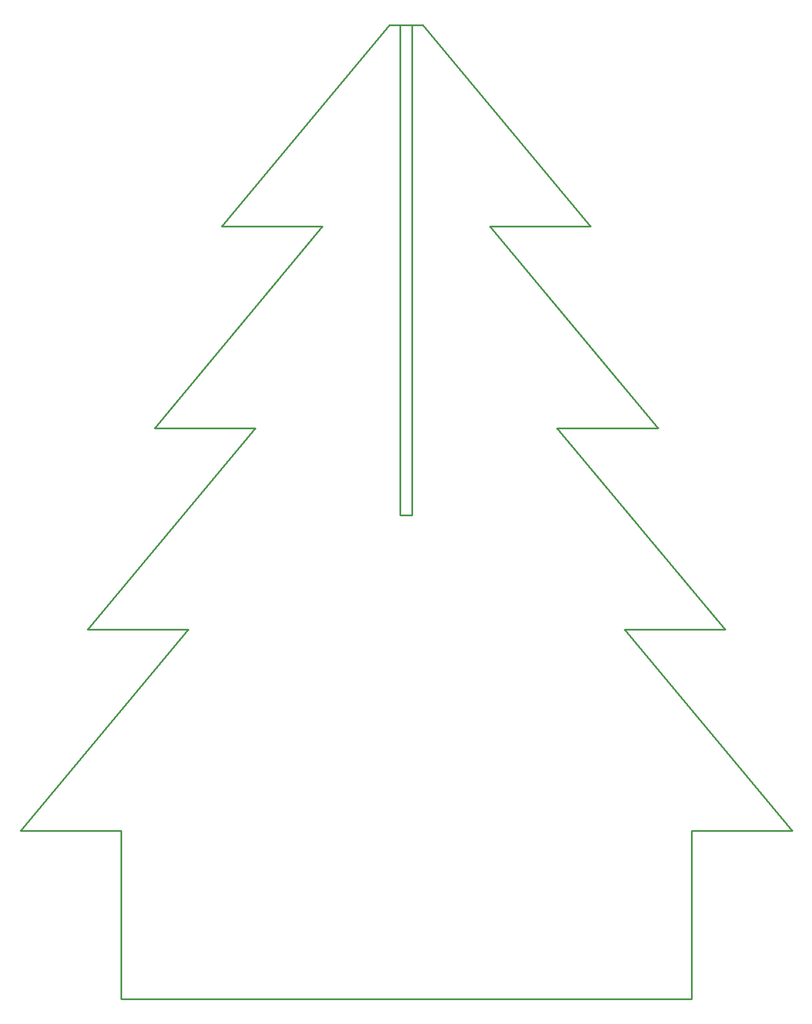
<source format=gbr>
G04 EAGLE Gerber RS-274X export*
G75*
%MOMM*%
%FSLAX34Y34*%
%LPD*%
%IN*%
%IPPOS*%
%AMOC8*
5,1,8,0,0,1.08239X$1,22.5*%
G01*
%ADD10C,0.254000*%


D10*
X-150000Y250000D02*
X0Y250000D01*
X0Y0D01*
X850000Y0D01*
X850000Y250000D01*
X1000000Y250000D01*
X750000Y550000D01*
X900000Y550000D01*
X650000Y850000D01*
X800000Y850000D01*
X550000Y1150000D01*
X700000Y1150000D01*
X450000Y1450000D01*
X400000Y1450000D01*
X150000Y1150000D01*
X300000Y1150000D01*
X50000Y850000D01*
X200000Y850000D01*
X-50000Y550000D01*
X100000Y550000D01*
X-150000Y250000D01*
X416000Y720000D02*
X434000Y720000D01*
X434000Y1450000D01*
X416000Y1450000D01*
X416000Y720000D01*
M02*

</source>
